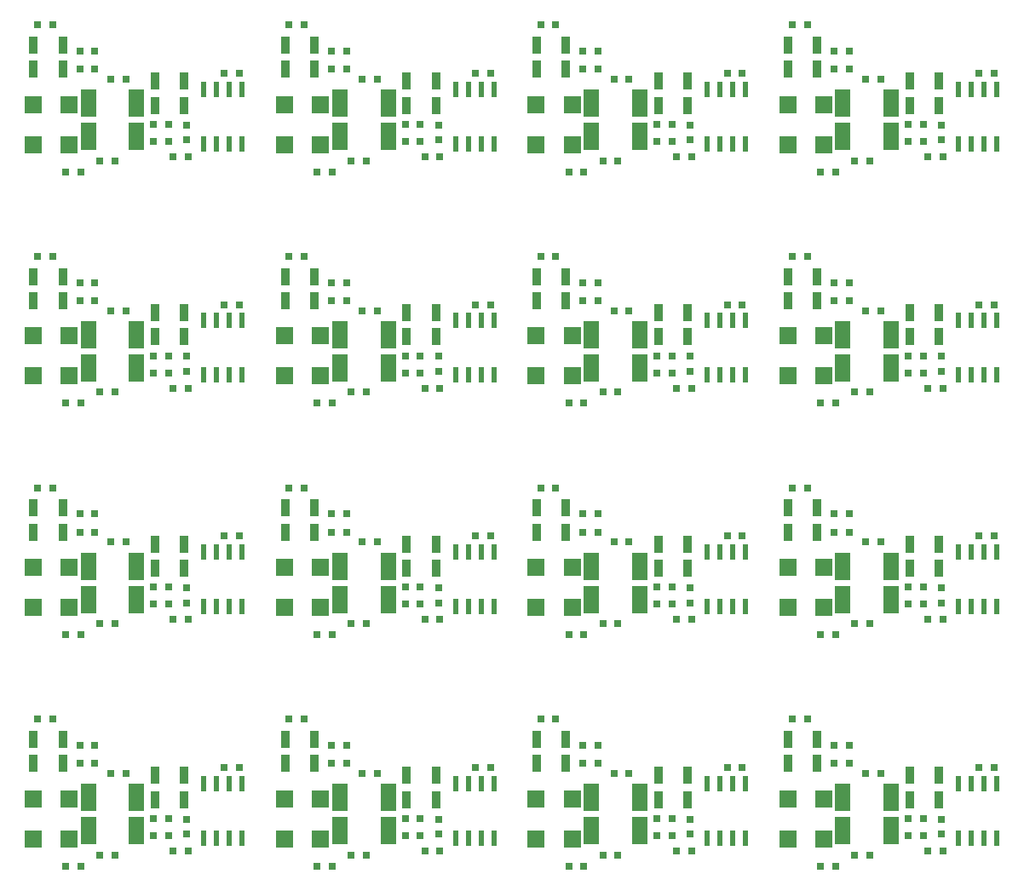
<source format=gtp>
G04 #@! TF.FileFunction,Paste,Top*
%FSLAX46Y46*%
G04 Gerber Fmt 4.6, Leading zero omitted, Abs format (unit mm)*
G04 Created by KiCad (PCBNEW 4.0.1-stable) date 31.08.2016 15:32:53*
%MOMM*%
G01*
G04 APERTURE LIST*
%ADD10C,0.100000*%
%ADD11R,0.800000X0.750000*%
%ADD12R,1.501140X2.700020*%
%ADD13R,1.700000X1.680000*%
%ADD14R,0.600000X1.550000*%
%ADD15R,0.900000X1.700000*%
%ADD16R,0.750000X0.800000*%
G04 APERTURE END LIST*
D10*
D11*
X121850000Y-114500000D03*
X123350000Y-114500000D03*
D12*
X125500000Y-108800000D03*
X120699400Y-108800000D03*
D11*
X122950000Y-106400000D03*
X124450000Y-106400000D03*
D12*
X120699400Y-112100000D03*
X125500000Y-112100000D03*
D11*
X118450000Y-115600000D03*
X119950000Y-115600000D03*
X129150000Y-114100000D03*
X130650000Y-114100000D03*
D13*
X118780000Y-112900000D03*
X115200000Y-112900000D03*
D11*
X127191697Y-112578421D03*
X128691697Y-112578421D03*
D14*
X132200000Y-112800000D03*
X133470000Y-112800000D03*
X134740000Y-112800000D03*
X136010000Y-112800000D03*
X136010000Y-107400000D03*
X134740000Y-107400000D03*
X133470000Y-107400000D03*
X132200000Y-107400000D03*
D13*
X115220000Y-108900000D03*
X118800000Y-108900000D03*
D15*
X118150000Y-105400000D03*
X115250000Y-105400000D03*
D11*
X119850000Y-103600000D03*
X121350000Y-103600000D03*
X115650000Y-101000000D03*
X117150000Y-101000000D03*
D15*
X118150000Y-103000000D03*
X115250000Y-103000000D03*
D11*
X121350000Y-105400000D03*
X119850000Y-105400000D03*
D15*
X130250000Y-106600000D03*
X127350000Y-106600000D03*
D16*
X130500000Y-110950000D03*
X130500000Y-112450000D03*
D15*
X130250000Y-109000000D03*
X127350000Y-109000000D03*
D11*
X135700000Y-105800000D03*
X134200000Y-105800000D03*
X127191697Y-110878421D03*
X128691697Y-110878421D03*
X110700000Y-105800000D03*
X109200000Y-105800000D03*
D15*
X105250000Y-106600000D03*
X102350000Y-106600000D03*
X105250000Y-109000000D03*
X102350000Y-109000000D03*
D14*
X107200000Y-112800000D03*
X108470000Y-112800000D03*
X109740000Y-112800000D03*
X111010000Y-112800000D03*
X111010000Y-107400000D03*
X109740000Y-107400000D03*
X108470000Y-107400000D03*
X107200000Y-107400000D03*
D11*
X93450000Y-92600000D03*
X94950000Y-92600000D03*
X90650000Y-101000000D03*
X92150000Y-101000000D03*
X104150000Y-114100000D03*
X105650000Y-114100000D03*
X102191697Y-110878421D03*
X103691697Y-110878421D03*
D16*
X105500000Y-110950000D03*
X105500000Y-112450000D03*
D11*
X102191697Y-112578421D03*
X103691697Y-112578421D03*
X93450000Y-115600000D03*
X94950000Y-115600000D03*
X96850000Y-114500000D03*
X98350000Y-114500000D03*
D12*
X95699400Y-112100000D03*
X100500000Y-112100000D03*
X100500000Y-108800000D03*
X95699400Y-108800000D03*
D11*
X94850000Y-103600000D03*
X96350000Y-103600000D03*
X97950000Y-106400000D03*
X99450000Y-106400000D03*
D13*
X93780000Y-112900000D03*
X90200000Y-112900000D03*
D11*
X96350000Y-105400000D03*
X94850000Y-105400000D03*
D13*
X90220000Y-108900000D03*
X93800000Y-108900000D03*
D15*
X93150000Y-105400000D03*
X90250000Y-105400000D03*
D11*
X85700000Y-105800000D03*
X84200000Y-105800000D03*
D14*
X82200000Y-112800000D03*
X83470000Y-112800000D03*
X84740000Y-112800000D03*
X86010000Y-112800000D03*
X86010000Y-107400000D03*
X84740000Y-107400000D03*
X83470000Y-107400000D03*
X82200000Y-107400000D03*
D15*
X93150000Y-103000000D03*
X90250000Y-103000000D03*
X80250000Y-106600000D03*
X77350000Y-106600000D03*
D11*
X71850000Y-114500000D03*
X73350000Y-114500000D03*
D13*
X68780000Y-112900000D03*
X65200000Y-112900000D03*
D11*
X68450000Y-115600000D03*
X69950000Y-115600000D03*
D15*
X68150000Y-103000000D03*
X65250000Y-103000000D03*
X68150000Y-105400000D03*
X65250000Y-105400000D03*
D11*
X71350000Y-105400000D03*
X69850000Y-105400000D03*
X69850000Y-103600000D03*
X71350000Y-103600000D03*
D13*
X65220000Y-108900000D03*
X68800000Y-108900000D03*
D11*
X72950000Y-106400000D03*
X74450000Y-106400000D03*
D12*
X75500000Y-108800000D03*
X70699400Y-108800000D03*
D11*
X79150000Y-114100000D03*
X80650000Y-114100000D03*
D12*
X70699400Y-112100000D03*
X75500000Y-112100000D03*
D16*
X80500000Y-110950000D03*
X80500000Y-112450000D03*
D11*
X77191697Y-110878421D03*
X78691697Y-110878421D03*
D15*
X80250000Y-109000000D03*
X77350000Y-109000000D03*
D11*
X77191697Y-112578421D03*
X78691697Y-112578421D03*
X65650000Y-101000000D03*
X67150000Y-101000000D03*
X68450000Y-92600000D03*
X69950000Y-92600000D03*
D13*
X90220000Y-85900000D03*
X93800000Y-85900000D03*
D12*
X100500000Y-85800000D03*
X95699400Y-85800000D03*
D13*
X93780000Y-89900000D03*
X90200000Y-89900000D03*
D11*
X96850000Y-91500000D03*
X98350000Y-91500000D03*
X97950000Y-83400000D03*
X99450000Y-83400000D03*
X96350000Y-82400000D03*
X94850000Y-82400000D03*
D12*
X95699400Y-89100000D03*
X100500000Y-89100000D03*
D11*
X94850000Y-80600000D03*
X96350000Y-80600000D03*
X90650000Y-78000000D03*
X92150000Y-78000000D03*
D15*
X93150000Y-80000000D03*
X90250000Y-80000000D03*
X93150000Y-82400000D03*
X90250000Y-82400000D03*
D11*
X79150000Y-91100000D03*
X80650000Y-91100000D03*
X77191697Y-89578421D03*
X78691697Y-89578421D03*
X77191697Y-87878421D03*
X78691697Y-87878421D03*
D16*
X80500000Y-87950000D03*
X80500000Y-89450000D03*
D11*
X71850000Y-91500000D03*
X73350000Y-91500000D03*
D13*
X68780000Y-89900000D03*
X65200000Y-89900000D03*
D12*
X70699400Y-89100000D03*
X75500000Y-89100000D03*
D13*
X65220000Y-85900000D03*
X68800000Y-85900000D03*
D11*
X72950000Y-83400000D03*
X74450000Y-83400000D03*
D12*
X75500000Y-85800000D03*
X70699400Y-85800000D03*
D11*
X71350000Y-82400000D03*
X69850000Y-82400000D03*
X69850000Y-80600000D03*
X71350000Y-80600000D03*
D15*
X80250000Y-83600000D03*
X77350000Y-83600000D03*
D11*
X85700000Y-82800000D03*
X84200000Y-82800000D03*
D15*
X80250000Y-86000000D03*
X77350000Y-86000000D03*
D14*
X82200000Y-89800000D03*
X83470000Y-89800000D03*
X84740000Y-89800000D03*
X86010000Y-89800000D03*
X86010000Y-84400000D03*
X84740000Y-84400000D03*
X83470000Y-84400000D03*
X82200000Y-84400000D03*
D15*
X68150000Y-82400000D03*
X65250000Y-82400000D03*
D11*
X65650000Y-78000000D03*
X67150000Y-78000000D03*
D15*
X68150000Y-80000000D03*
X65250000Y-80000000D03*
D11*
X110700000Y-82800000D03*
X109200000Y-82800000D03*
D15*
X105250000Y-83600000D03*
X102350000Y-83600000D03*
X105250000Y-86000000D03*
X102350000Y-86000000D03*
D11*
X102191697Y-89578421D03*
X103691697Y-89578421D03*
D16*
X105500000Y-87950000D03*
X105500000Y-89450000D03*
D14*
X107200000Y-89800000D03*
X108470000Y-89800000D03*
X109740000Y-89800000D03*
X111010000Y-89800000D03*
X111010000Y-84400000D03*
X109740000Y-84400000D03*
X108470000Y-84400000D03*
X107200000Y-84400000D03*
D11*
X102191697Y-87878421D03*
X103691697Y-87878421D03*
X104150000Y-91100000D03*
X105650000Y-91100000D03*
X121850000Y-91500000D03*
X123350000Y-91500000D03*
X122950000Y-83400000D03*
X124450000Y-83400000D03*
X121350000Y-82400000D03*
X119850000Y-82400000D03*
D15*
X118150000Y-82400000D03*
X115250000Y-82400000D03*
D12*
X120699400Y-89100000D03*
X125500000Y-89100000D03*
D13*
X118780000Y-89900000D03*
X115200000Y-89900000D03*
X115220000Y-85900000D03*
X118800000Y-85900000D03*
D12*
X125500000Y-85800000D03*
X120699400Y-85800000D03*
D11*
X127191697Y-87878421D03*
X128691697Y-87878421D03*
D15*
X130250000Y-86000000D03*
X127350000Y-86000000D03*
D16*
X130500000Y-87950000D03*
X130500000Y-89450000D03*
D15*
X130250000Y-83600000D03*
X127350000Y-83600000D03*
D11*
X127191697Y-89578421D03*
X128691697Y-89578421D03*
X115650000Y-78000000D03*
X117150000Y-78000000D03*
D15*
X118150000Y-80000000D03*
X115250000Y-80000000D03*
D11*
X119850000Y-80600000D03*
X121350000Y-80600000D03*
X135700000Y-82800000D03*
X134200000Y-82800000D03*
D14*
X132200000Y-89800000D03*
X133470000Y-89800000D03*
X134740000Y-89800000D03*
X136010000Y-89800000D03*
X136010000Y-84400000D03*
X134740000Y-84400000D03*
X133470000Y-84400000D03*
X132200000Y-84400000D03*
D11*
X129150000Y-91100000D03*
X130650000Y-91100000D03*
X118450000Y-92600000D03*
X119950000Y-92600000D03*
X43450000Y-115600000D03*
X44950000Y-115600000D03*
D12*
X45699400Y-112100000D03*
X50500000Y-112100000D03*
X50500000Y-108800000D03*
X45699400Y-108800000D03*
D11*
X46850000Y-114500000D03*
X48350000Y-114500000D03*
X60700000Y-105800000D03*
X59200000Y-105800000D03*
X47950000Y-106400000D03*
X49450000Y-106400000D03*
D13*
X40220000Y-108900000D03*
X43800000Y-108900000D03*
D15*
X43150000Y-105400000D03*
X40250000Y-105400000D03*
D13*
X43780000Y-112900000D03*
X40200000Y-112900000D03*
D11*
X54150000Y-114100000D03*
X55650000Y-114100000D03*
X44850000Y-103600000D03*
X46350000Y-103600000D03*
D15*
X43150000Y-103000000D03*
X40250000Y-103000000D03*
D11*
X40650000Y-101000000D03*
X42150000Y-101000000D03*
X46350000Y-105400000D03*
X44850000Y-105400000D03*
D16*
X55500000Y-110950000D03*
X55500000Y-112450000D03*
D11*
X52191697Y-112578421D03*
X53691697Y-112578421D03*
D15*
X55250000Y-106600000D03*
X52350000Y-106600000D03*
D14*
X57200000Y-112800000D03*
X58470000Y-112800000D03*
X59740000Y-112800000D03*
X61010000Y-112800000D03*
X61010000Y-107400000D03*
X59740000Y-107400000D03*
X58470000Y-107400000D03*
X57200000Y-107400000D03*
D15*
X55250000Y-109000000D03*
X52350000Y-109000000D03*
D11*
X52191697Y-110878421D03*
X53691697Y-110878421D03*
D14*
X57200000Y-89800000D03*
X58470000Y-89800000D03*
X59740000Y-89800000D03*
X61010000Y-89800000D03*
X61010000Y-84400000D03*
X59740000Y-84400000D03*
X58470000Y-84400000D03*
X57200000Y-84400000D03*
D15*
X55250000Y-86000000D03*
X52350000Y-86000000D03*
X55250000Y-83600000D03*
X52350000Y-83600000D03*
D11*
X60700000Y-82800000D03*
X59200000Y-82800000D03*
X54150000Y-91100000D03*
X55650000Y-91100000D03*
X52191697Y-87878421D03*
X53691697Y-87878421D03*
D16*
X55500000Y-87950000D03*
X55500000Y-89450000D03*
D11*
X52191697Y-89578421D03*
X53691697Y-89578421D03*
X47950000Y-83400000D03*
X49450000Y-83400000D03*
X46350000Y-82400000D03*
X44850000Y-82400000D03*
D12*
X50500000Y-85800000D03*
X45699400Y-85800000D03*
D11*
X44850000Y-80600000D03*
X46350000Y-80600000D03*
D15*
X43150000Y-80000000D03*
X40250000Y-80000000D03*
D11*
X40650000Y-78000000D03*
X42150000Y-78000000D03*
D15*
X43150000Y-82400000D03*
X40250000Y-82400000D03*
D12*
X45699400Y-89100000D03*
X50500000Y-89100000D03*
D13*
X43780000Y-89900000D03*
X40200000Y-89900000D03*
D11*
X46850000Y-91500000D03*
X48350000Y-91500000D03*
D13*
X40220000Y-85900000D03*
X43800000Y-85900000D03*
D11*
X43450000Y-92600000D03*
X44950000Y-92600000D03*
D13*
X115220000Y-62900000D03*
X118800000Y-62900000D03*
D11*
X121350000Y-59400000D03*
X119850000Y-59400000D03*
D15*
X118150000Y-57000000D03*
X115250000Y-57000000D03*
D11*
X119850000Y-57600000D03*
X121350000Y-57600000D03*
D15*
X118150000Y-59400000D03*
X115250000Y-59400000D03*
D11*
X118450000Y-46600000D03*
X119950000Y-46600000D03*
X115650000Y-55000000D03*
X117150000Y-55000000D03*
X121850000Y-45500000D03*
X123350000Y-45500000D03*
D12*
X120699400Y-66100000D03*
X125500000Y-66100000D03*
D11*
X122950000Y-60400000D03*
X124450000Y-60400000D03*
D12*
X125500000Y-62800000D03*
X120699400Y-62800000D03*
D11*
X118450000Y-69600000D03*
X119950000Y-69600000D03*
X129150000Y-68100000D03*
X130650000Y-68100000D03*
X121850000Y-68500000D03*
X123350000Y-68500000D03*
D13*
X118780000Y-66900000D03*
X115200000Y-66900000D03*
D11*
X127191697Y-66578421D03*
X128691697Y-66578421D03*
X127191697Y-64878421D03*
X128691697Y-64878421D03*
D15*
X130250000Y-60600000D03*
X127350000Y-60600000D03*
D16*
X130500000Y-64950000D03*
X130500000Y-66450000D03*
D11*
X135700000Y-59800000D03*
X134200000Y-59800000D03*
D15*
X130250000Y-63000000D03*
X127350000Y-63000000D03*
D14*
X132200000Y-66800000D03*
X133470000Y-66800000D03*
X134740000Y-66800000D03*
X136010000Y-66800000D03*
X136010000Y-61400000D03*
X134740000Y-61400000D03*
X133470000Y-61400000D03*
X132200000Y-61400000D03*
D11*
X97950000Y-60400000D03*
X99450000Y-60400000D03*
X104150000Y-68100000D03*
X105650000Y-68100000D03*
X96850000Y-68500000D03*
X98350000Y-68500000D03*
D12*
X100500000Y-62800000D03*
X95699400Y-62800000D03*
D13*
X93780000Y-66900000D03*
X90200000Y-66900000D03*
D11*
X93450000Y-69600000D03*
X94950000Y-69600000D03*
D12*
X95699400Y-66100000D03*
X100500000Y-66100000D03*
D13*
X90220000Y-62900000D03*
X93800000Y-62900000D03*
D16*
X105500000Y-64950000D03*
X105500000Y-66450000D03*
D11*
X102191697Y-64878421D03*
X103691697Y-64878421D03*
X102191697Y-66578421D03*
X103691697Y-66578421D03*
D15*
X105250000Y-63000000D03*
X102350000Y-63000000D03*
D11*
X96350000Y-59400000D03*
X94850000Y-59400000D03*
D15*
X93150000Y-59400000D03*
X90250000Y-59400000D03*
D11*
X94850000Y-57600000D03*
X96350000Y-57600000D03*
D15*
X93150000Y-57000000D03*
X90250000Y-57000000D03*
D11*
X90650000Y-55000000D03*
X92150000Y-55000000D03*
X110700000Y-59800000D03*
X109200000Y-59800000D03*
D15*
X105250000Y-60600000D03*
X102350000Y-60600000D03*
D14*
X107200000Y-66800000D03*
X108470000Y-66800000D03*
X109740000Y-66800000D03*
X111010000Y-66800000D03*
X111010000Y-61400000D03*
X109740000Y-61400000D03*
X108470000Y-61400000D03*
X107200000Y-61400000D03*
D11*
X129150000Y-45100000D03*
X130650000Y-45100000D03*
D14*
X132200000Y-43800000D03*
X133470000Y-43800000D03*
X134740000Y-43800000D03*
X136010000Y-43800000D03*
X136010000Y-38400000D03*
X134740000Y-38400000D03*
X133470000Y-38400000D03*
X132200000Y-38400000D03*
D11*
X127191697Y-43578421D03*
X128691697Y-43578421D03*
X127191697Y-41878421D03*
X128691697Y-41878421D03*
D16*
X130500000Y-41950000D03*
X130500000Y-43450000D03*
D11*
X135700000Y-36800000D03*
X134200000Y-36800000D03*
D15*
X130250000Y-37600000D03*
X127350000Y-37600000D03*
X130250000Y-40000000D03*
X127350000Y-40000000D03*
D13*
X115220000Y-39900000D03*
X118800000Y-39900000D03*
D12*
X120699400Y-43100000D03*
X125500000Y-43100000D03*
D11*
X119850000Y-34600000D03*
X121350000Y-34600000D03*
X121350000Y-36400000D03*
X119850000Y-36400000D03*
X122950000Y-37400000D03*
X124450000Y-37400000D03*
D13*
X118780000Y-43900000D03*
X115200000Y-43900000D03*
D12*
X125500000Y-39800000D03*
X120699400Y-39800000D03*
D15*
X118150000Y-34000000D03*
X115250000Y-34000000D03*
X118150000Y-36400000D03*
X115250000Y-36400000D03*
D11*
X115650000Y-32000000D03*
X117150000Y-32000000D03*
X102191697Y-43578421D03*
X103691697Y-43578421D03*
X102191697Y-41878421D03*
X103691697Y-41878421D03*
D16*
X105500000Y-41950000D03*
X105500000Y-43450000D03*
D11*
X104150000Y-45100000D03*
X105650000Y-45100000D03*
X110700000Y-36800000D03*
X109200000Y-36800000D03*
X94850000Y-34600000D03*
X96350000Y-34600000D03*
X96350000Y-36400000D03*
X94850000Y-36400000D03*
D15*
X105250000Y-40000000D03*
X102350000Y-40000000D03*
D11*
X97950000Y-37400000D03*
X99450000Y-37400000D03*
D15*
X105250000Y-37600000D03*
X102350000Y-37600000D03*
D12*
X100500000Y-39800000D03*
X95699400Y-39800000D03*
D15*
X93150000Y-36400000D03*
X90250000Y-36400000D03*
X93150000Y-34000000D03*
X90250000Y-34000000D03*
D11*
X90650000Y-32000000D03*
X92150000Y-32000000D03*
D14*
X107200000Y-43800000D03*
X108470000Y-43800000D03*
X109740000Y-43800000D03*
X111010000Y-43800000D03*
X111010000Y-38400000D03*
X109740000Y-38400000D03*
X108470000Y-38400000D03*
X107200000Y-38400000D03*
D11*
X93450000Y-46600000D03*
X94950000Y-46600000D03*
D13*
X93780000Y-43900000D03*
X90200000Y-43900000D03*
D11*
X96850000Y-45500000D03*
X98350000Y-45500000D03*
D12*
X95699400Y-43100000D03*
X100500000Y-43100000D03*
D13*
X90220000Y-39900000D03*
X93800000Y-39900000D03*
D11*
X77191697Y-41878421D03*
X78691697Y-41878421D03*
X77191697Y-43578421D03*
X78691697Y-43578421D03*
D16*
X80500000Y-41950000D03*
X80500000Y-43450000D03*
D14*
X82200000Y-43800000D03*
X83470000Y-43800000D03*
X84740000Y-43800000D03*
X86010000Y-43800000D03*
X86010000Y-38400000D03*
X84740000Y-38400000D03*
X83470000Y-38400000D03*
X82200000Y-38400000D03*
D11*
X79150000Y-45100000D03*
X80650000Y-45100000D03*
D15*
X80250000Y-37600000D03*
X77350000Y-37600000D03*
D11*
X72950000Y-37400000D03*
X74450000Y-37400000D03*
X85700000Y-36800000D03*
X84200000Y-36800000D03*
D15*
X80250000Y-40000000D03*
X77350000Y-40000000D03*
D12*
X75500000Y-39800000D03*
X70699400Y-39800000D03*
D15*
X68150000Y-36400000D03*
X65250000Y-36400000D03*
D11*
X65650000Y-32000000D03*
X67150000Y-32000000D03*
X69850000Y-34600000D03*
X71350000Y-34600000D03*
D15*
X68150000Y-34000000D03*
X65250000Y-34000000D03*
D11*
X71350000Y-36400000D03*
X69850000Y-36400000D03*
D12*
X70699400Y-43100000D03*
X75500000Y-43100000D03*
D13*
X65220000Y-39900000D03*
X68800000Y-39900000D03*
D11*
X68450000Y-46600000D03*
X69950000Y-46600000D03*
X71850000Y-45500000D03*
X73350000Y-45500000D03*
D13*
X68780000Y-43900000D03*
X65200000Y-43900000D03*
D11*
X60700000Y-36800000D03*
X59200000Y-36800000D03*
D15*
X55250000Y-37600000D03*
X52350000Y-37600000D03*
D11*
X47950000Y-37400000D03*
X49450000Y-37400000D03*
X54150000Y-45100000D03*
X55650000Y-45100000D03*
D14*
X57200000Y-43800000D03*
X58470000Y-43800000D03*
X59740000Y-43800000D03*
X61010000Y-43800000D03*
X61010000Y-38400000D03*
X59740000Y-38400000D03*
X58470000Y-38400000D03*
X57200000Y-38400000D03*
D11*
X40650000Y-32000000D03*
X42150000Y-32000000D03*
D15*
X43150000Y-34000000D03*
X40250000Y-34000000D03*
D11*
X44850000Y-34600000D03*
X46350000Y-34600000D03*
D15*
X43150000Y-36400000D03*
X40250000Y-36400000D03*
D11*
X46350000Y-36400000D03*
X44850000Y-36400000D03*
X52191697Y-41878421D03*
X53691697Y-41878421D03*
X52191697Y-43578421D03*
X53691697Y-43578421D03*
D16*
X55500000Y-41950000D03*
X55500000Y-43450000D03*
D12*
X50500000Y-39800000D03*
X45699400Y-39800000D03*
D15*
X55250000Y-40000000D03*
X52350000Y-40000000D03*
D13*
X40220000Y-39900000D03*
X43800000Y-39900000D03*
X43780000Y-43900000D03*
X40200000Y-43900000D03*
D11*
X43450000Y-46600000D03*
X44950000Y-46600000D03*
X46850000Y-45500000D03*
X48350000Y-45500000D03*
D12*
X45699400Y-43100000D03*
X50500000Y-43100000D03*
D11*
X68450000Y-69600000D03*
X69950000Y-69600000D03*
D12*
X75500000Y-62800000D03*
X70699400Y-62800000D03*
X70699400Y-66100000D03*
X75500000Y-66100000D03*
D11*
X71850000Y-68500000D03*
X73350000Y-68500000D03*
D13*
X65220000Y-62900000D03*
X68800000Y-62900000D03*
X68780000Y-66900000D03*
X65200000Y-66900000D03*
D11*
X79150000Y-68100000D03*
X80650000Y-68100000D03*
X65650000Y-55000000D03*
X67150000Y-55000000D03*
D15*
X68150000Y-57000000D03*
X65250000Y-57000000D03*
X68150000Y-59400000D03*
X65250000Y-59400000D03*
D11*
X69850000Y-57600000D03*
X71350000Y-57600000D03*
X71350000Y-59400000D03*
X69850000Y-59400000D03*
X85700000Y-59800000D03*
X84200000Y-59800000D03*
D15*
X80250000Y-60600000D03*
X77350000Y-60600000D03*
D11*
X72950000Y-60400000D03*
X74450000Y-60400000D03*
X77191697Y-64878421D03*
X78691697Y-64878421D03*
D16*
X80500000Y-64950000D03*
X80500000Y-66450000D03*
D11*
X77191697Y-66578421D03*
X78691697Y-66578421D03*
D15*
X80250000Y-63000000D03*
X77350000Y-63000000D03*
D14*
X82200000Y-66800000D03*
X83470000Y-66800000D03*
X84740000Y-66800000D03*
X86010000Y-66800000D03*
X86010000Y-61400000D03*
X84740000Y-61400000D03*
X83470000Y-61400000D03*
X82200000Y-61400000D03*
X57200000Y-66800000D03*
X58470000Y-66800000D03*
X59740000Y-66800000D03*
X61010000Y-66800000D03*
X61010000Y-61400000D03*
X59740000Y-61400000D03*
X58470000Y-61400000D03*
X57200000Y-61400000D03*
D11*
X52191697Y-66578421D03*
X53691697Y-66578421D03*
X46350000Y-59400000D03*
X44850000Y-59400000D03*
X52191697Y-64878421D03*
X53691697Y-64878421D03*
X44850000Y-57600000D03*
X46350000Y-57600000D03*
X46850000Y-68500000D03*
X48350000Y-68500000D03*
X47950000Y-60400000D03*
X49450000Y-60400000D03*
D16*
X55500000Y-64950000D03*
X55500000Y-66450000D03*
D11*
X60700000Y-59800000D03*
X59200000Y-59800000D03*
D13*
X43780000Y-66900000D03*
X40200000Y-66900000D03*
X40220000Y-62900000D03*
X43800000Y-62900000D03*
D12*
X45699400Y-66100000D03*
X50500000Y-66100000D03*
X50500000Y-62800000D03*
X45699400Y-62800000D03*
D15*
X43150000Y-57000000D03*
X40250000Y-57000000D03*
X43150000Y-59400000D03*
X40250000Y-59400000D03*
X55250000Y-63000000D03*
X52350000Y-63000000D03*
X55250000Y-60600000D03*
X52350000Y-60600000D03*
D11*
X54150000Y-68100000D03*
X55650000Y-68100000D03*
X40650000Y-55000000D03*
X42150000Y-55000000D03*
X43450000Y-69600000D03*
X44950000Y-69600000D03*
M02*

</source>
